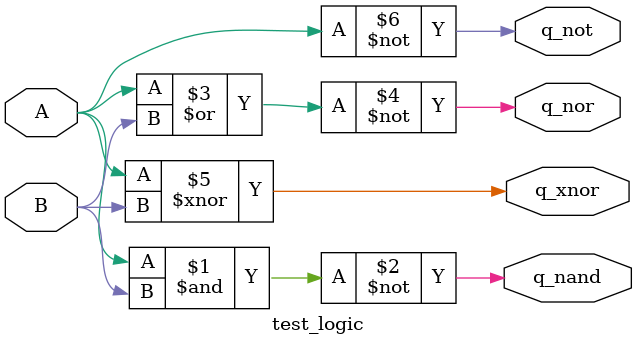
<source format=v>

module test_logic(input A, B, output q_nand, q_nor, q_xnor, q_not);

   assign q_nand = A ~& B;
   assign q_nor  = A ~| B;
   assign q_xnor = A ~^ B;
   assign q_not  = ~A;

endmodule // test_logic

</source>
